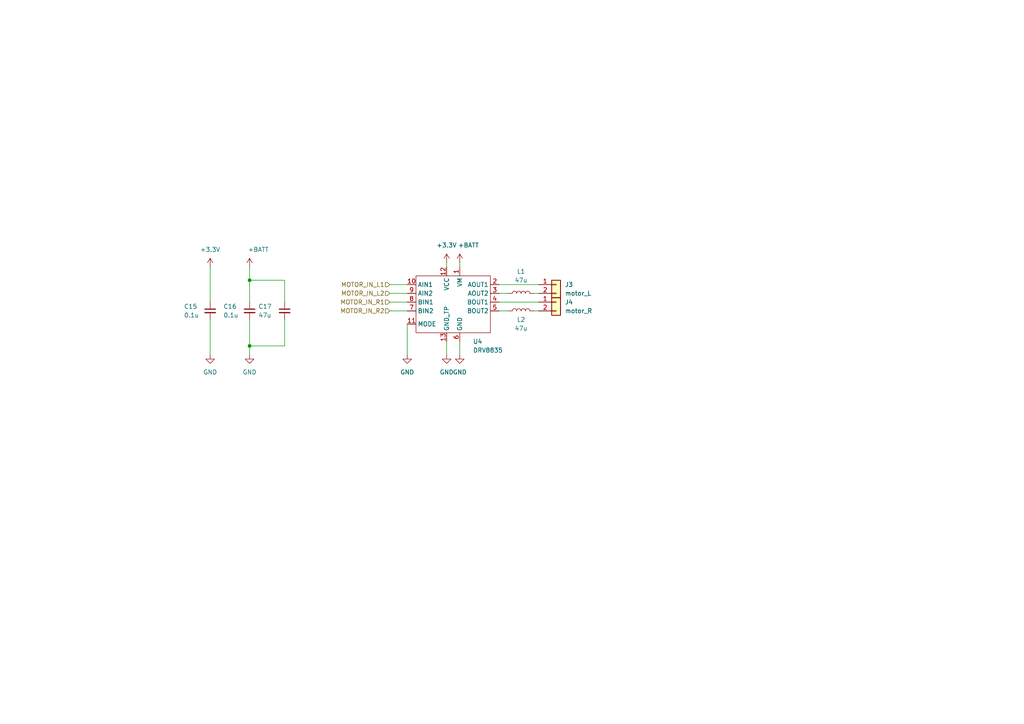
<source format=kicad_sch>
(kicad_sch (version 20211123) (generator eeschema)
  (paper "A4")
  (lib_symbols
    (symbol "Connector_Generic:Conn_01x02" (pin_names (offset 1.016) hide)
      (property "Reference" "J" (at 0 2.54 0))
      (property "Value" "Conn_01x02" (at 0 -5.08 0))
      (symbol "Conn_01x02_1_1"
        (rectangle (start -1.27 -2.413) (end 0 -2.667) (stroke (width 0.1524)))
        (rectangle (start -1.27 0.127) (end 0 -0.127) (stroke (width 0.1524)))
        (rectangle (start -1.27 1.27) (end 1.27 -3.81) (stroke (width 0.254)) (fill (type background)))
        (pin passive line (at -5.08 0 0) (length 3.81) (name "Pin_1") (number "1"))
        (pin passive line (at -5.08 -2.54 0) (length 3.81) (name "Pin_2") (number "2"))
      )
    )
    (symbol "Device:C_Small" (pin_numbers hide) (pin_names (offset 0.254) hide)
      (property "Reference" "C" (at 0.254 1.778 0))
      (property "Value" "C_Small" (at 0.254 -2.032 0))
      (symbol "C_Small_0_1"
        (polyline (pts (xy -1.524 -0.508) (xy 1.524 -0.508)) (stroke (width 0.3302)))
        (polyline (pts (xy -1.524 0.508) (xy 1.524 0.508)) (stroke (width 0.3048)))
      )
      (symbol "C_Small_1_1"
        (pin passive line (at 0 2.54 270) (length 2.032) (name "~") (number "1"))
        (pin passive line (at 0 -2.54 90) (length 2.032) (name "~") (number "2"))
      )
    )
    (symbol "Device:L" (pin_numbers hide) (pin_names (offset 1.016) hide)
      (property "Reference" "L" (at -1.27 0 90))
      (property "Value" "L" (at 1.905 0 90))
      (symbol "L_0_1"
        (arc (start 0 -2.54) (mid 0.635 -1.905) (end 0 -1.27))
        (arc (start 0 -1.27) (mid 0.635 -0.635) (end 0 0))
        (arc (start 0 0) (mid 0.635 0.635) (end 0 1.27))
        (arc (start 0 1.27) (mid 0.635 1.905) (end 0 2.54))
      )
      (symbol "L_1_1"
        (pin passive line (at 0 3.81 270) (length 1.27) (name "1") (number "1"))
        (pin passive line (at 0 -3.81 90) (length 1.27) (name "2") (number "2"))
      )
    )
    (symbol "My_Device:DRV8835"
      (property "Reference" "U" (at 0 0 0))
      (property "Value" "DRV8835" (at 0 -2.54 0))
      (symbol "DRV8835_0_1"
        (polyline (pts (xy -10.16 -11.43) (xy 11.43 -11.43) (xy 11.43 -27.94) (xy -10.16 -27.94) (xy -10.16 -11.43)))
      )
      (symbol "DRV8835_1_1"
        (pin input line (at 2.54 -8.89 270) (length 2.54) (name "VM") (number "1"))
        (pin input line (at -12.7 -13.97 0) (length 2.54) (name "AIN1") (number "10"))
        (pin input line (at -12.7 -25.4 0) (length 2.54) (name "MODE") (number "11"))
        (pin input line (at -1.27 -8.89 270) (length 2.54) (name "VCC") (number "12"))
        (pin input line (at -1.27 -30.48 90) (length 2.54) (name "GND_TP") (number "13"))
        (pin input line (at 13.97 -13.97 180) (length 2.54) (name "AOUT1") (number "2"))
        (pin input line (at 13.97 -16.51 180) (length 2.54) (name "AOUT2") (number "3"))
        (pin input line (at 13.97 -19.05 180) (length 2.54) (name "BOUT1") (number "4"))
        (pin input line (at 13.97 -21.59 180) (length 2.54) (name "BOUT2") (number "5"))
        (pin input line (at 2.54 -30.48 90) (length 2.54) (name "GND") (number "6"))
        (pin input line (at -12.7 -21.59 0) (length 2.54) (name "BIN2") (number "7"))
        (pin input line (at -12.7 -19.05 0) (length 2.54) (name "BIN1") (number "8"))
        (pin input line (at -12.7 -16.51 0) (length 2.54) (name "AIN2") (number "9"))
      )
    )
    (symbol "power:+3.3V" (power) (pin_names (offset 0))
      (property "Value" "+3.3V" (at 0 3.556 0))
      (symbol "+3.3V_0_1"
        (polyline (pts (xy -0.762 1.27) (xy 0 2.54)))
        (polyline (pts (xy 0 0) (xy 0 2.54)))
        (polyline (pts (xy 0 2.54) (xy 0.762 1.27)))
      )
      (symbol "+3.3V_1_1"
        (pin power_in line (at 0 0 90) (length 0) hide (name "+3.3V") (number "1"))
      )
    )
    (symbol "power:+BATT" (power) (pin_names (offset 0))
      (property "Value" "+BATT" (at 0 3.556 0))
      (symbol "+BATT_0_1"
        (polyline (pts (xy -0.762 1.27) (xy 0 2.54)))
        (polyline (pts (xy 0 0) (xy 0 2.54)))
        (polyline (pts (xy 0 2.54) (xy 0.762 1.27)))
      )
      (symbol "+BATT_1_1"
        (pin power_in line (at 0 0 90) (length 0) hide (name "+BATT") (number "1"))
      )
    )
    (symbol "power:GND" (power) (pin_names (offset 0))
      (property "Value" "GND" (at 0 -3.81 0))
      (symbol "GND_0_1"
        (polyline (pts (xy 0 0) (xy 0 -1.27) (xy 1.27 -1.27) (xy 0 -2.54) (xy -1.27 -1.27) (xy 0 -1.27)))
      )
      (symbol "GND_1_1"
        (pin power_in line (at 0 0 270) (length 0) hide (name "GND") (number "1"))
      )
    )
  )
  (junction (at 72.39 100.33))
  (junction (at 72.39 81.28))
  (wire (pts (xy 144.78 82.55) (xy 156.21 82.55)))
  (wire (pts (xy 60.96 102.87) (xy 60.96 92.71)))
  (wire (pts (xy 113.03 87.63) (xy 118.11 87.63)))
  (wire (pts (xy 133.35 76.2) (xy 133.35 77.47)))
  (wire (pts (xy 133.35 99.06) (xy 133.35 102.87)))
  (wire (pts (xy 72.39 100.33) (xy 82.55 100.33)))
  (wire (pts (xy 113.03 85.09) (xy 118.11 85.09)))
  (wire (pts (xy 129.54 76.2) (xy 129.54 77.47)))
  (wire (pts (xy 113.03 90.17) (xy 118.11 90.17)))
  (wire (pts (xy 82.55 81.28) (xy 82.55 87.63)))
  (wire (pts (xy 129.54 99.06) (xy 129.54 102.87)))
  (wire (pts (xy 144.78 85.09) (xy 147.32 85.09)))
  (wire (pts (xy 118.11 93.98) (xy 118.11 102.87)))
  (wire (pts (xy 144.78 87.63) (xy 156.21 87.63)))
  (wire (pts (xy 113.03 82.55) (xy 118.11 82.55)))
  (wire (pts (xy 144.78 90.17) (xy 147.32 90.17)))
  (wire (pts (xy 72.39 81.28) (xy 82.55 81.28)))
  (wire (pts (xy 154.94 85.09) (xy 156.21 85.09)))
  (wire (pts (xy 72.39 102.87) (xy 72.39 100.33)))
  (wire (pts (xy 72.39 100.33) (xy 72.39 92.71)))
  (wire (pts (xy 72.39 77.47) (xy 72.39 81.28)))
  (wire (pts (xy 154.94 90.17) (xy 156.21 90.17)))
  (wire (pts (xy 60.96 77.47) (xy 60.96 87.63)))
  (wire (pts (xy 82.55 100.33) (xy 82.55 92.71)))
  (wire (pts (xy 72.39 81.28) (xy 72.39 87.63)))
  (hierarchical_label "MOTOR_IN_R1" (shape input) (at 113.03 87.63 180))
  (hierarchical_label "MOTOR_IN_R2" (shape input) (at 113.03 90.17 180))
  (hierarchical_label "MOTOR_IN_L2" (shape input) (at 113.03 85.09 180))
  (hierarchical_label "MOTOR_IN_L1" (shape input) (at 113.03 82.55 180))
  (symbol (lib_id "Device:C_Small") (at 82.55 90.17 0) (unit 1)
    (property "Reference" "C17" (at 74.93 88.9 0) (effects (justify left)))
    (property "Value" "47u" (at 74.93 91.44 0) (effects (justify left)))
    (property "Footprint" "Capacitor_SMD:C_0603_1608Metric" (effects hide))
  )
  (symbol (lib_id "power:GND") (at 133.35 102.87 0) (unit 1)
    (property "Reference" "#PWR027" (effects hide))
    (property "Value" "GND" (at 133.35 107.95 0))
  )
  (symbol (lib_id "Device:L") (at 151.13 90.17 90) (unit 1)
    (property "Reference" "L2" (at 151.13 92.71 90))
    (property "Value" "47u" (at 151.13 95.25 90))
    (property "Footprint" "Inductor_SMD:L_0603_1608Metric_Pad1.05x0.95mm_HandSolder" (effects hide))
  )
  (symbol (lib_id "power:+BATT") (at 133.35 76.2 0) (unit 1)
    (property "Reference" "#PWR026" (effects hide))
    (property "Value" "+BATT" (at 135.89 71.12 0))
  )
  (symbol (lib_id "power:+BATT") (at 72.39 77.47 0) (unit 1)
    (property "Reference" "#PWR021" (effects hide))
    (property "Value" "+BATT" (at 74.93 72.39 0))
  )
  (symbol (lib_id "power:GND") (at 60.96 102.87 0) (unit 1)
    (property "Reference" "#PWR020" (effects hide))
    (property "Value" "GND" (at 60.96 107.95 0))
  )
  (symbol (lib_id "Device:C_Small") (at 72.39 90.17 0) (unit 1)
    (property "Reference" "C16" (at 64.77 88.9 0) (effects (justify left)))
    (property "Value" "0.1u" (at 64.77 91.44 0) (effects (justify left)))
    (property "Footprint" "Capacitor_SMD:C_0201_0603Metric" (effects hide))
  )
  (symbol (lib_id "Connector_Generic:Conn_01x02") (at 161.29 87.63 0) (unit 1)
    (property "Reference" "J4" (at 163.83 87.6299 0) (effects (justify left)))
    (property "Value" "motor_R" (at 163.83 90.1699 0) (effects (justify left)))
    (property "Footprint" "half_mouse_lib:motor_SMD" (effects hide))
  )
  (symbol (lib_id "Connector_Generic:Conn_01x02") (at 161.29 82.55 0) (unit 1)
    (property "Reference" "J3" (at 163.83 82.5499 0) (effects (justify left)))
    (property "Value" "motor_L" (at 163.83 85.0899 0) (effects (justify left)))
    (property "Footprint" "half_mouse_lib:motor_SMD" (effects hide))
  )
  (symbol (lib_id "power:GND") (at 72.39 102.87 0) (unit 1)
    (property "Reference" "#PWR022" (effects hide))
    (property "Value" "GND" (at 72.39 107.95 0))
  )
  (symbol (lib_id "power:+3.3V") (at 129.54 76.2 0) (unit 1)
    (property "Reference" "#PWR024" (effects hide))
    (property "Value" "+3.3V" (at 129.54 71.12 0))
  )
  (symbol (lib_id "power:+3.3V") (at 60.96 77.47 0) (unit 1)
    (property "Reference" "#PWR019" (effects hide))
    (property "Value" "+3.3V" (at 60.96 72.39 0))
  )
  (symbol (lib_id "Device:L") (at 151.13 85.09 90) (unit 1)
    (property "Reference" "L1" (at 151.13 78.74 90))
    (property "Value" "47u" (at 151.13 81.28 90))
    (property "Footprint" "Inductor_SMD:L_0603_1608Metric_Pad1.05x0.95mm_HandSolder" (effects hide))
  )
  (symbol (lib_id "power:GND") (at 118.11 102.87 0) (unit 1)
    (property "Reference" "#PWR023" (effects hide))
    (property "Value" "GND" (at 118.11 107.95 0))
  )
  (symbol (lib_id "Device:C_Small") (at 60.96 90.17 0) (unit 1)
    (property "Reference" "C15" (at 53.34 88.9 0) (effects (justify left)))
    (property "Value" "0.1u" (at 53.34 91.44 0) (effects (justify left)))
    (property "Footprint" "Capacitor_SMD:C_0201_0603Metric" (effects hide))
  )
  (symbol (lib_id "power:GND") (at 129.54 102.87 0) (unit 1)
    (property "Reference" "#PWR025" (effects hide))
    (property "Value" "GND" (at 129.54 107.95 0))
  )
  (symbol (lib_id "My_Device:DRV8835") (at 130.81 68.58 0) (unit 1)
    (property "Reference" "U4" (at 137.16 99.06 0) (effects (justify left)))
    (property "Value" "DRV8835" (at 137.16 101.6 0) (effects (justify left)))
    (property "Footprint" "omni:DRV8835" (effects hide))
  )
)
</source>
